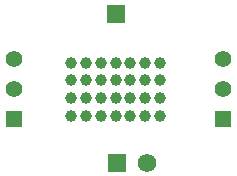
<source format=gbr>
%TF.GenerationSoftware,Altium Limited,Altium Designer,21.8.1 (53)*%
G04 Layer_Color=255*
%FSLAX26Y26*%
%MOIN*%
%TF.SameCoordinates,2531CBD8-4BF0-4D0B-A877-44D4BE5F07E3*%
%TF.FilePolarity,Positive*%
%TF.FileFunction,Pads,Bot*%
%TF.Part,Single*%
G01*
G75*
%TA.AperFunction,ComponentPad*%
%ADD18C,0.061811*%
%ADD19R,0.061811X0.061811*%
%ADD20C,0.054685*%
%ADD21R,0.054685X0.054685*%
%TA.AperFunction,ViaPad*%
%ADD22C,0.039370*%
D18*
X102362Y-238189D02*
D03*
D19*
X2362D02*
D03*
X984Y257874D02*
D03*
D20*
X-340551Y106496D02*
D03*
Y6496D02*
D03*
X356299Y105906D02*
D03*
Y5906D02*
D03*
D21*
X-340551Y-93504D02*
D03*
X356299Y-94094D02*
D03*
D22*
X-50197Y-82677D02*
D03*
X-148622Y35433D02*
D03*
X-99409Y-23622D02*
D03*
Y35433D02*
D03*
Y94488D02*
D03*
X-50197Y-23622D02*
D03*
Y35433D02*
D03*
Y94488D02*
D03*
X-99409Y-82677D02*
D03*
X-984Y-23622D02*
D03*
Y35433D02*
D03*
Y-82677D02*
D03*
X-148622D02*
D03*
Y-23622D02*
D03*
Y94488D02*
D03*
X-984D02*
D03*
X146654Y-82677D02*
D03*
X97441D02*
D03*
X48228D02*
D03*
Y-23622D02*
D03*
Y35433D02*
D03*
Y94488D02*
D03*
X97441Y-23622D02*
D03*
Y35433D02*
D03*
Y94488D02*
D03*
X146654Y-23622D02*
D03*
Y35433D02*
D03*
Y94488D02*
D03*
%TF.MD5,29ea7d8a1f2814e1f06754d962e6e8eb*%
M02*

</source>
